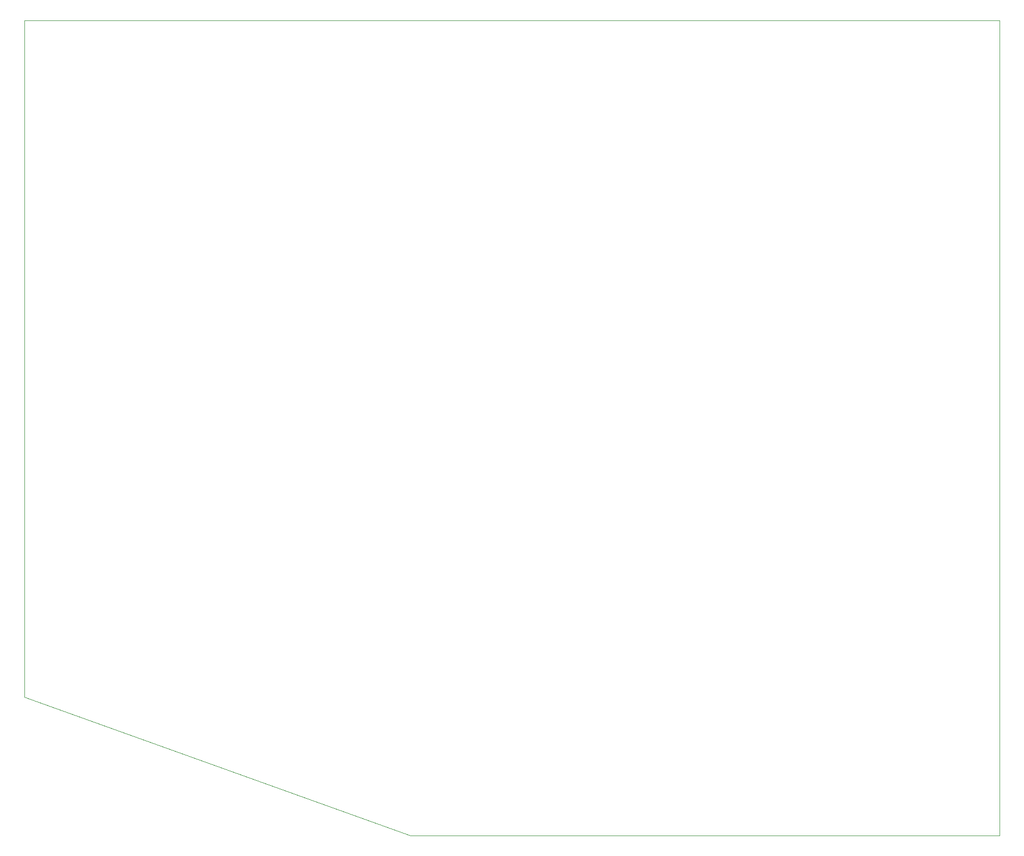
<source format=gm1>
%TF.GenerationSoftware,KiCad,Pcbnew,(5.1.9)-1*%
%TF.CreationDate,2021-04-22T01:41:48-06:00*%
%TF.ProjectId,Left Keyboard,4c656674-204b-4657-9962-6f6172642e6b,rev?*%
%TF.SameCoordinates,Original*%
%TF.FileFunction,Profile,NP*%
%FSLAX46Y46*%
G04 Gerber Fmt 4.6, Leading zero omitted, Abs format (unit mm)*
G04 Created by KiCad (PCBNEW (5.1.9)-1) date 2021-04-22 01:41:48*
%MOMM*%
%LPD*%
G01*
G04 APERTURE LIST*
%TA.AperFunction,Profile*%
%ADD10C,0.050000*%
%TD*%
G04 APERTURE END LIST*
D10*
X66500000Y-20000000D02*
X66500000Y-135000000D01*
X232000000Y-20000000D02*
X66500000Y-20000000D01*
X232000000Y-158500000D02*
X232000000Y-20000000D01*
X225500000Y-158500000D02*
X232000000Y-158500000D01*
X132000000Y-158500000D02*
X225500000Y-158500000D01*
X66500000Y-135000000D02*
X132000000Y-158500000D01*
M02*

</source>
